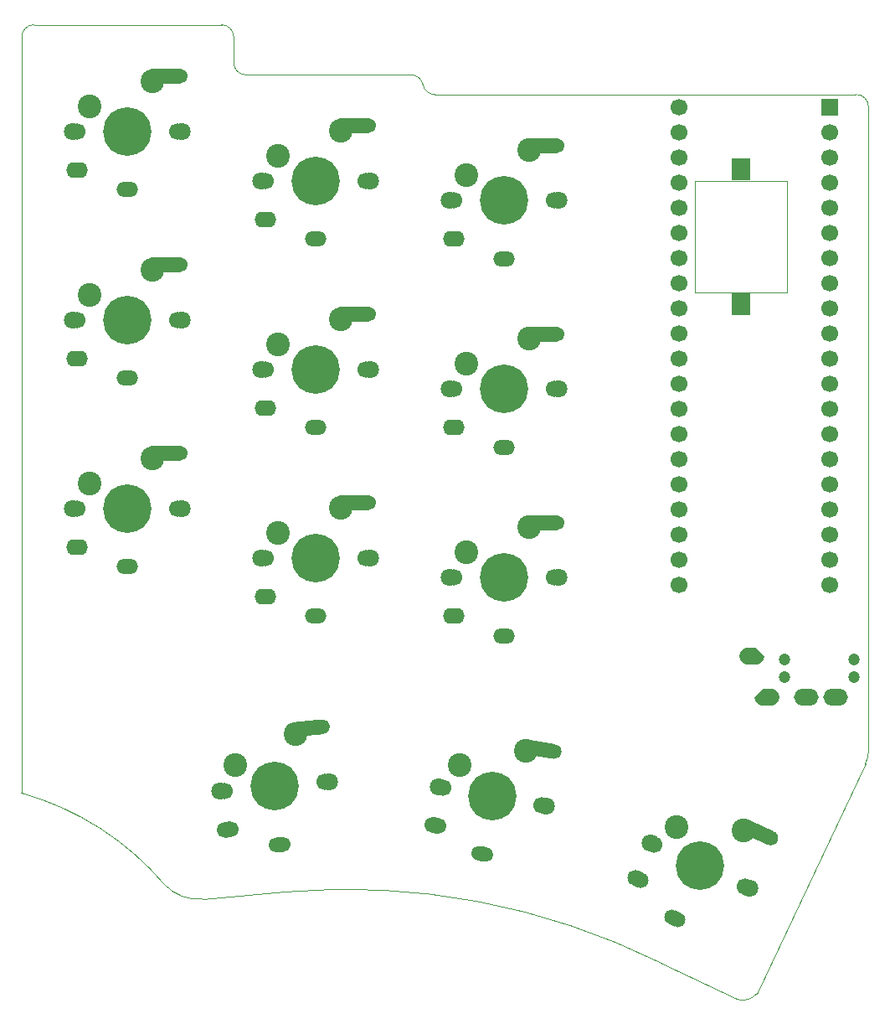
<source format=gbs>
%TF.GenerationSoftware,KiCad,Pcbnew,(7.0.0-0)*%
%TF.CreationDate,2023-05-01T13:52:14-07:00*%
%TF.ProjectId,keyboard_pcb,6b657962-6f61-4726-945f-7063622e6b69,rev1.0*%
%TF.SameCoordinates,PX78114e0PY44b6550*%
%TF.FileFunction,Soldermask,Bot*%
%TF.FilePolarity,Negative*%
%FSLAX46Y46*%
G04 Gerber Fmt 4.6, Leading zero omitted, Abs format (unit mm)*
G04 Created by KiCad (PCBNEW (7.0.0-0)) date 2023-05-01 13:52:14*
%MOMM*%
%LPD*%
G01*
G04 APERTURE LIST*
G04 Aperture macros list*
%AMHorizOval*
0 Thick line with rounded ends*
0 $1 width*
0 $2 $3 position (X,Y) of the first rounded end (center of the circle)*
0 $4 $5 position (X,Y) of the second rounded end (center of the circle)*
0 Add line between two ends*
20,1,$1,$2,$3,$4,$5,0*
0 Add two circle primitives to create the rounded ends*
1,1,$1,$2,$3*
1,1,$1,$4,$5*%
%AMFreePoly0*
4,1,28,-0.850000,0.400000,0.000000,1.250000,0.114750,1.242219,0.293119,1.197860,0.457783,1.116195,0.601041,1.001041,0.716195,0.857783,0.797860,0.693119,0.842219,0.514750,0.850000,0.400000,0.850000,-0.400000,0.842219,-0.514750,0.797860,-0.693119,0.716195,-0.857783,0.601041,-1.001041,0.457783,-1.116195,0.293119,-1.197860,0.114750,-1.242219,0.000000,-1.250000,-0.114750,-1.242219,
-0.293119,-1.197860,-0.457783,-1.116195,-0.601041,-1.001041,-0.716195,-0.857783,-0.797860,-0.693119,-0.842219,-0.514750,-0.850000,-0.400000,-0.850000,0.400000,-0.850000,0.400000,$1*%
%AMFreePoly1*
4,1,28,-0.850000,0.400000,-0.842219,0.514750,-0.797860,0.693119,-0.716195,0.857783,-0.601041,1.001041,-0.457783,1.116195,-0.293119,1.197860,-0.114750,1.242219,0.000000,1.250000,0.114750,1.242219,0.293119,1.197860,0.457783,1.116195,0.601041,1.001041,0.716195,0.857783,0.797860,0.693119,0.842219,0.514750,0.850000,0.400000,0.850000,-0.400000,0.842219,-0.514750,0.797860,-0.693119,
0.716195,-0.857783,0.601041,-1.001041,0.457783,-1.116195,0.293119,-1.197860,0.114750,-1.242219,0.000000,-1.250000,-0.850000,-0.400000,-0.850000,0.400000,-0.850000,0.400000,$1*%
G04 Aperture macros list end*
%ADD10C,1.800000*%
%ADD11C,1.700000*%
%ADD12C,4.900000*%
%ADD13O,2.200000X1.600000*%
%ADD14C,2.400000*%
%ADD15O,2.200000X1.500000*%
%ADD16HorizOval,1.500000X1.449945X0.012653X-1.449945X-0.012653X0*%
%ADD17HorizOval,1.600000X0.298858X0.026147X-0.298858X-0.026147X0*%
%ADD18HorizOval,1.500000X0.348668X0.030505X-0.348668X-0.030505X0*%
%ADD19HorizOval,1.500000X1.443324X0.138976X-1.443324X-0.138976X0*%
%ADD20C,1.200000*%
%ADD21FreePoly0,270.000000*%
%ADD22FreePoly1,270.000000*%
%ADD23O,2.500000X1.700000*%
%ADD24C,0.400000*%
%ADD25R,1.955800X2.311400*%
%ADD26HorizOval,1.600000X0.271892X-0.126785X-0.271892X0.126785X0*%
%ADD27HorizOval,1.500000X0.317208X-0.147916X-0.317208X0.147916X0*%
%ADD28HorizOval,1.500000X1.319444X-0.601305X-1.319444X0.601305X0*%
%ADD29R,1.700000X1.700000*%
%ADD30HorizOval,1.600000X0.295442X-0.052094X-0.295442X0.052094X0*%
%ADD31HorizOval,1.500000X0.344683X-0.060777X-0.344683X0.060777X0*%
%ADD32HorizOval,1.500000X1.430114X-0.239319X-1.430114X0.239319X0*%
%TA.AperFunction,Profile*%
%ADD33C,0.100000*%
%TD*%
%TA.AperFunction,Profile*%
%ADD34C,0.120000*%
%TD*%
G04 APERTURE END LIST*
D10*
%TO.C,K25*%
X32600000Y-26050000D03*
X32600000Y-26050000D03*
D11*
X33020000Y-26050000D03*
X33020000Y-26050000D03*
D12*
X38100000Y-26050000D03*
X38100000Y-26050000D03*
D11*
X43180000Y-26050000D03*
X43180000Y-26050000D03*
D10*
X43600000Y-26050000D03*
X43600000Y-26050000D03*
D13*
X32999999Y-29949999D03*
D14*
X34290000Y-23510000D03*
D15*
X38099999Y-31949999D03*
D14*
X40640000Y-20970000D03*
D16*
X42000041Y-20509598D03*
%TD*%
D10*
%TO.C,K24*%
X13550000Y-24050000D03*
X13550000Y-24050000D03*
D11*
X13970000Y-24050000D03*
X13970000Y-24050000D03*
D12*
X19050000Y-24050000D03*
X19050000Y-24050000D03*
D11*
X24130000Y-24050000D03*
X24130000Y-24050000D03*
D10*
X24550000Y-24050000D03*
X24550000Y-24050000D03*
D13*
X13949999Y-27949999D03*
D14*
X15240000Y-21510000D03*
D15*
X19049999Y-29949999D03*
D14*
X21590000Y-18970000D03*
D16*
X22950041Y-18509598D03*
%TD*%
D10*
%TO.C,K04*%
X13550000Y14050000D03*
X13550000Y14050000D03*
D11*
X13970000Y14050000D03*
X13970000Y14050000D03*
D12*
X19050000Y14050000D03*
X19050000Y14050000D03*
D11*
X24130000Y14050000D03*
X24130000Y14050000D03*
D10*
X24550000Y14050000D03*
X24550000Y14050000D03*
D13*
X13949999Y10149999D03*
D14*
X15240000Y16590000D03*
D15*
X19049999Y8149999D03*
D14*
X21590000Y19130000D03*
D16*
X22950041Y19590400D03*
%TD*%
D10*
%TO.C,K30*%
X9420929Y-47629357D03*
X9420929Y-47629357D03*
D11*
X9839331Y-47592751D03*
X9839331Y-47592751D03*
D12*
X14900000Y-47150000D03*
X14900000Y-47150000D03*
D11*
X19960669Y-46707249D03*
X19960669Y-46707249D03*
D10*
X20379071Y-46670643D03*
X20379071Y-46670643D03*
D17*
X10159313Y-51479653D03*
D14*
X10883123Y-44951729D03*
D18*
X15414218Y-53027548D03*
D14*
X16987583Y-41867955D03*
D19*
X18302322Y-41290770D03*
%TD*%
D10*
%TO.C,K14*%
X13550000Y-5000000D03*
X13550000Y-5000000D03*
D11*
X13970000Y-5000000D03*
X13970000Y-5000000D03*
D12*
X19050000Y-5000000D03*
X19050000Y-5000000D03*
D11*
X24130000Y-5000000D03*
X24130000Y-5000000D03*
D10*
X24550000Y-5000000D03*
X24550000Y-5000000D03*
D13*
X13949999Y-8899999D03*
D14*
X15240000Y-2460000D03*
D15*
X19049999Y-10899999D03*
D14*
X21590000Y80000D03*
D16*
X22950041Y540400D03*
%TD*%
D10*
%TO.C,K23*%
X-5500000Y-19050000D03*
X-5500000Y-19050000D03*
D11*
X-5080000Y-19050000D03*
X-5080000Y-19050000D03*
D12*
X0Y-19050000D03*
X0Y-19050000D03*
D11*
X5080000Y-19050000D03*
X5080000Y-19050000D03*
D10*
X5500000Y-19050000D03*
X5500000Y-19050000D03*
D13*
X-5099999Y-22949999D03*
D14*
X-3810000Y-16510000D03*
D15*
X0Y-24949999D03*
D14*
X2540000Y-13970000D03*
D16*
X3900041Y-13509598D03*
%TD*%
D10*
%TO.C,K03*%
X-5500000Y19050000D03*
X-5500000Y19050000D03*
D11*
X-5080000Y19050000D03*
X-5080000Y19050000D03*
D12*
X0Y19050000D03*
X0Y19050000D03*
D11*
X5080000Y19050000D03*
X5080000Y19050000D03*
D10*
X5500000Y19050000D03*
X5500000Y19050000D03*
D13*
X-5099999Y15149999D03*
D14*
X-3810000Y21590000D03*
D15*
X0Y13149999D03*
D14*
X2540000Y24130000D03*
D16*
X3900041Y24590400D03*
%TD*%
D20*
%TO.C,J1*%
X73460000Y-34320000D03*
X66460000Y-34320000D03*
X73460000Y-36070000D03*
X66460000Y-36070000D03*
D21*
X63159999Y-33969999D03*
D22*
X64659999Y-38169999D03*
D23*
X71659999Y-38169999D03*
X68659999Y-38169999D03*
%TD*%
D24*
%TO.C,LS1*%
X62085000Y15189000D03*
D25*
X62084999Y15188999D03*
D24*
X62085000Y1600000D03*
D25*
X62084999Y1599999D03*
%TD*%
D10*
%TO.C,K15*%
X32600000Y-7000000D03*
X32600000Y-7000000D03*
D11*
X33020000Y-7000000D03*
X33020000Y-7000000D03*
D12*
X38100000Y-7000000D03*
X38100000Y-7000000D03*
D11*
X43180000Y-7000000D03*
X43180000Y-7000000D03*
D10*
X43600000Y-7000000D03*
X43600000Y-7000000D03*
D13*
X32999999Y-10899999D03*
D14*
X34290000Y-4460000D03*
D15*
X38099999Y-12899999D03*
D14*
X40640000Y-1920000D03*
D16*
X42000041Y-1459598D03*
%TD*%
D10*
%TO.C,K32*%
X52915307Y-52825600D03*
X52915307Y-52825600D03*
D11*
X53295956Y-53003099D03*
X53295956Y-53003099D03*
D12*
X57900000Y-55150000D03*
X57900000Y-55150000D03*
D11*
X62504044Y-57296901D03*
X62504044Y-57296901D03*
D10*
X62884693Y-57474400D03*
X62884693Y-57474400D03*
D26*
X51629618Y-56529246D03*
D14*
X55520418Y-51237803D03*
D27*
X55406551Y-60497215D03*
D14*
X62348923Y-51619407D03*
D28*
X63776112Y-51776919D03*
%TD*%
D29*
%TO.C,U1*%
X71034999Y21449999D03*
D11*
X71035000Y18910000D03*
X71035000Y16370000D03*
X71035000Y13830000D03*
X71035000Y11290000D03*
X71035000Y8750000D03*
X71035000Y6210000D03*
X71035000Y3670000D03*
X71035000Y1130000D03*
X71035000Y-1410000D03*
X71035000Y-3950000D03*
X71035000Y-6490000D03*
X71035000Y-9030000D03*
X71035000Y-11570000D03*
X71035000Y-14110000D03*
X71035000Y-16650000D03*
X71035000Y-19190000D03*
X71035000Y-21730000D03*
X71035000Y-24270000D03*
X71035000Y-26810000D03*
X55795000Y-26810000D03*
X55795000Y-24270000D03*
X55795000Y-21730000D03*
X55795000Y-19190000D03*
X55795000Y-16650000D03*
X55795000Y-14110000D03*
X55795000Y-11570000D03*
X55795000Y-9030000D03*
X55795000Y-6490000D03*
X55795000Y-3950000D03*
X55795000Y-1410000D03*
X55795000Y1130000D03*
X55795000Y3670000D03*
X55795000Y6210000D03*
X55795000Y8750000D03*
X55795000Y11290000D03*
X55795000Y13830000D03*
X55795000Y16370000D03*
X55795000Y18910000D03*
X55795000Y21450000D03*
%TD*%
D10*
%TO.C,K05*%
X32600000Y12050000D03*
X32600000Y12050000D03*
D11*
X33020000Y12050000D03*
X33020000Y12050000D03*
D12*
X38100000Y12050000D03*
X38100000Y12050000D03*
D11*
X43180000Y12050000D03*
X43180000Y12050000D03*
D10*
X43600000Y12050000D03*
X43600000Y12050000D03*
D13*
X32999999Y8149999D03*
D14*
X34290000Y14590000D03*
D15*
X38099999Y6149999D03*
D14*
X40640000Y17130000D03*
D16*
X42000041Y17590400D03*
%TD*%
D10*
%TO.C,K13*%
X-5500000Y0D03*
X-5500000Y0D03*
D11*
X-5080000Y0D03*
X-5080000Y0D03*
D12*
X0Y0D03*
X0Y0D03*
D11*
X5080000Y0D03*
X5080000Y0D03*
D10*
X5500000Y0D03*
X5500000Y0D03*
D13*
X-5099999Y-3899999D03*
D14*
X-3810000Y2540000D03*
D15*
X0Y-5899999D03*
D14*
X2540000Y5080000D03*
D16*
X3900041Y5540400D03*
%TD*%
D10*
%TO.C,K31*%
X31483557Y-47194935D03*
X31483557Y-47194935D03*
D11*
X31897177Y-47267867D03*
X31897177Y-47267867D03*
D12*
X36900000Y-48150000D03*
X36900000Y-48150000D03*
D11*
X41902823Y-49032133D03*
X41902823Y-49032133D03*
D10*
X42316443Y-49105065D03*
X42316443Y-49105065D03*
D30*
X31200252Y-51105144D03*
D14*
X33588949Y-44986989D03*
D31*
X35875475Y-53960365D03*
D14*
X40283544Y-43588243D03*
D32*
X41702871Y-43371005D03*
%TD*%
D33*
X3790000Y-57090000D02*
G75*
G03*
X-10673448Y-47830000I-22363650J-19004969D01*
G01*
X63630000Y-68110000D02*
X74635831Y-44865940D01*
X3789970Y-57090029D02*
G75*
G03*
X7610000Y-58539999I3440030J3305929D01*
G01*
X29900001Y23770000D02*
G75*
G03*
X31110000Y22759999I1209999J219800D01*
G01*
X73670000Y22760000D02*
X31110000Y22760000D01*
X-10673448Y28570000D02*
X-10673448Y-47830000D01*
X-9436896Y29806552D02*
X9530000Y29806552D01*
X12003104Y24750000D02*
X28690000Y24750000D01*
X74960028Y21510000D02*
G75*
G03*
X73670000Y22759999I-1241028J9900D01*
G01*
X74635824Y-44865936D02*
G75*
G03*
X74959999Y-43570000I-2650524J1351536D01*
G01*
X10766552Y28570000D02*
X10766552Y25980000D01*
X15940000Y-57820000D02*
X7610000Y-58540000D01*
X53910000Y-64960000D02*
X61613868Y-68641488D01*
X29900008Y23770002D02*
G75*
G03*
X28690000Y24750000I-1210008J-257002D01*
G01*
X10766583Y25980000D02*
G75*
G03*
X12003104Y24750000I1230017J0D01*
G01*
X-9436896Y29806548D02*
G75*
G03*
X-10673448Y28570000I-4J-1236548D01*
G01*
X10766552Y28570000D02*
G75*
G03*
X9530000Y29806552I-1236552J0D01*
G01*
X74960000Y-43570000D02*
X74960000Y21510000D01*
X61613883Y-68641447D02*
G75*
G03*
X63629999Y-68109999I623117J1726047D01*
G01*
X53910001Y-64959998D02*
G75*
G03*
X15940000Y-57820000I-31697901J-64036302D01*
G01*
D34*
%TO.C,LS1*%
X66735000Y14044500D02*
X57435000Y14044500D01*
X57435000Y14044500D02*
X57435000Y2744500D01*
X57435000Y2744500D02*
X66735000Y2744500D01*
X66735000Y2744500D02*
X66735000Y14044500D01*
%TD*%
M02*

</source>
